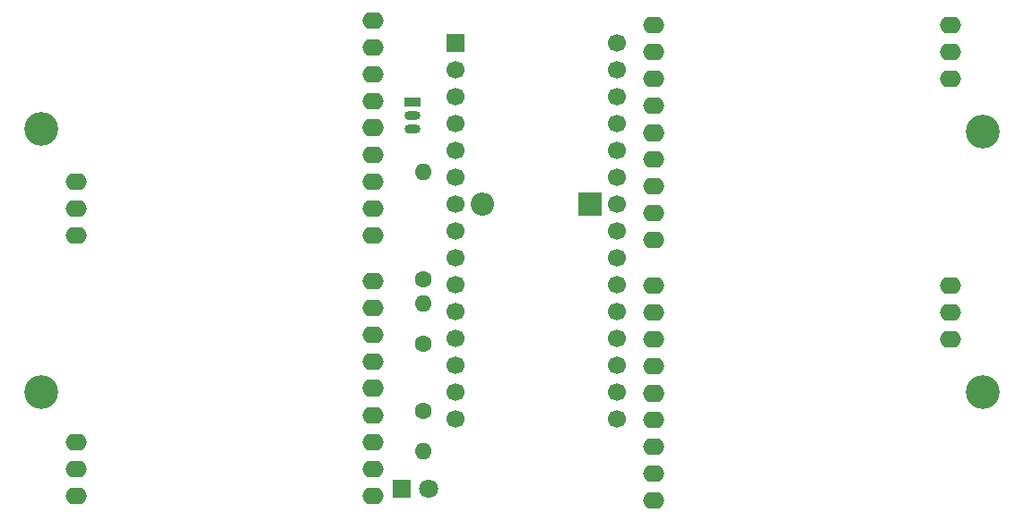
<source format=gts>
G04 #@! TF.FileFunction,Soldermask,Top*
%FSLAX46Y46*%
G04 Gerber Fmt 4.6, Leading zero omitted, Abs format (unit mm)*
G04 Created by KiCad (PCBNEW 4.0.6) date 08/29/17 21:17:03*
%MOMM*%
%LPD*%
G01*
G04 APERTURE LIST*
%ADD10C,0.100000*%
%ADD11R,1.800000X1.800000*%
%ADD12C,1.800000*%
%ADD13R,2.200000X2.200000*%
%ADD14O,2.200000X2.200000*%
%ADD15C,1.600000*%
%ADD16O,1.600000X1.600000*%
%ADD17O,1.500000X0.900000*%
%ADD18R,1.500000X0.900000*%
%ADD19R,1.700000X1.700000*%
%ADD20C,1.700000*%
%ADD21C,3.200000*%
%ADD22O,2.000000X1.600000*%
G04 APERTURE END LIST*
D10*
D11*
X152400000Y-125984000D03*
D12*
X154940000Y-125984000D03*
D13*
X170180000Y-99060000D03*
D14*
X160020000Y-99060000D03*
D15*
X154432000Y-112268000D03*
D16*
X154432000Y-122428000D03*
D15*
X154432000Y-118618000D03*
D16*
X154432000Y-108458000D03*
D15*
X154432000Y-106172000D03*
D16*
X154432000Y-96012000D03*
D17*
X153416000Y-90678000D03*
X153416000Y-91948000D03*
D18*
X153416000Y-89408000D03*
D19*
X157480000Y-83820000D03*
D20*
X157480000Y-86360000D03*
X157480000Y-88900000D03*
X157480000Y-91440000D03*
X157480000Y-93980000D03*
X157480000Y-96520000D03*
X157480000Y-99060000D03*
X157480000Y-101600000D03*
X157480000Y-104140000D03*
X157480000Y-106680000D03*
X157480000Y-109220000D03*
X157480000Y-111760000D03*
X157480000Y-114300000D03*
X157480000Y-116840000D03*
X157480000Y-119380000D03*
X172720000Y-83820000D03*
X172720000Y-86360000D03*
X172720000Y-88900000D03*
X172720000Y-91440000D03*
X172720000Y-93980000D03*
X172720000Y-96520000D03*
X172720000Y-99060000D03*
X172720000Y-101600000D03*
X172720000Y-104140000D03*
X172720000Y-106680000D03*
X172720000Y-109220000D03*
X172720000Y-111760000D03*
X172720000Y-114300000D03*
X172720000Y-116840000D03*
X172720000Y-119380000D03*
D21*
X118364000Y-91948000D03*
X118364000Y-116840000D03*
X207264000Y-116840000D03*
X207264000Y-92202000D03*
D22*
X176216000Y-82126000D03*
X204216000Y-87206000D03*
X204216000Y-84666000D03*
X204216000Y-82126000D03*
X176216000Y-84666000D03*
X176216000Y-87206000D03*
X176216000Y-89746000D03*
X176216000Y-92286000D03*
X176216000Y-94826000D03*
X176216000Y-97366000D03*
X176216000Y-99906000D03*
X176216000Y-102446000D03*
X149666000Y-126662000D03*
X121666000Y-121582000D03*
X121666000Y-124122000D03*
X121666000Y-126662000D03*
X149666000Y-124122000D03*
X149666000Y-121582000D03*
X149666000Y-119042000D03*
X149666000Y-116502000D03*
X149666000Y-113962000D03*
X149666000Y-111422000D03*
X149666000Y-108882000D03*
X149666000Y-106342000D03*
X176216000Y-106764000D03*
X204216000Y-111844000D03*
X204216000Y-109304000D03*
X204216000Y-106764000D03*
X176216000Y-109304000D03*
X176216000Y-111844000D03*
X176216000Y-114384000D03*
X176216000Y-116924000D03*
X176216000Y-119464000D03*
X176216000Y-122004000D03*
X176216000Y-124544000D03*
X176216000Y-127084000D03*
X176216000Y-117010000D03*
X149666000Y-116416000D03*
X149666000Y-102024000D03*
X121666000Y-96944000D03*
X121666000Y-99484000D03*
X121666000Y-102024000D03*
X149666000Y-99484000D03*
X149666000Y-96944000D03*
X149666000Y-94404000D03*
X149666000Y-91864000D03*
X149666000Y-89324000D03*
X149666000Y-86784000D03*
X149666000Y-84244000D03*
X149666000Y-81704000D03*
X176216000Y-92372000D03*
X149666000Y-91778000D03*
M02*

</source>
